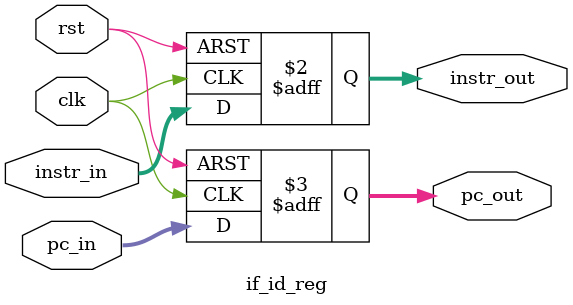
<source format=sv>
module if_id_reg (
    input logic clk, 
    input logic rst,
    input  logic [31:0] instr_in,
    input  logic [31:0] pc_in,
    output logic [31:0] instr_out,
    output logic [31:0] pc_out
);
    always_ff @(posedge clk or posedge rst) begin
        if (rst) begin
            instr_out <= 32'b0;
            pc_out    <= 32'b0;
        end else begin
            instr_out <= instr_in;
            pc_out    <= pc_in;
        end
    end
endmodule
</source>
